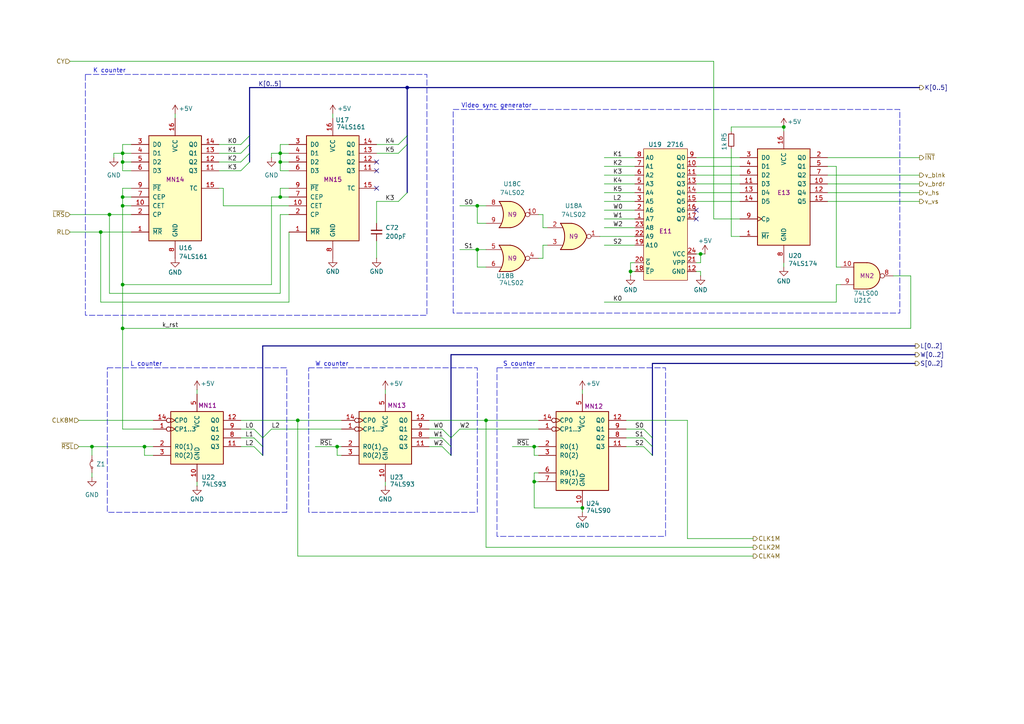
<source format=kicad_sch>
(kicad_sch (version 20250114) (generator "eeschema") (generator_version "9.0")
  (paper "A4")
  (title_block (title "Elwro 800 Junior Rev C - video timing generator") (company "Przemysław Węgrzyn <pwegrzyn@codepainters.com>"))
  (lib_symbols
    (symbol "74xx:74LS00" (pin_names (offset 1.016))
      (property "Reference" "U" (at 0 1.27 0))
      (property "Value" "74LS00" (at 0 -1.27 0))
      (symbol "74LS00_1_1"
        (arc (start 0 3.81) (mid 3.7934 0) (end 0 -3.81) (stroke (width 0.254)) (fill (type background)))
        (polyline (pts (xy 0 3.81) (xy -3.81 3.81) (xy -3.81 -3.81) (xy 0 -3.81)) (stroke (width 0.254)) (fill (type background)))
        (pin input line (at -7.62 2.54 0) (length 3.81) (name "~") (number "1"))
        (pin input line (at -7.62 -2.54 0) (length 3.81) (name "~") (number "2"))
        (pin output inverted (at 7.62 0 180) (length 3.81) (name "~") (number "3"))
      )
      (symbol "74LS00_1_2"
        (arc (start -3.81 3.81) (mid -2.589 0) (end -3.81 -3.81) (stroke (width 0.254)))
        (polyline (pts (xy -3.81 3.81) (xy -0.635 3.81)) (stroke (width 0.254)) (fill (type background)))
        (polyline (pts (xy -3.81 -3.81) (xy -0.635 -3.81)) (stroke (width 0.254)) (fill (type background)))
        (arc (start 3.81 0) (mid 2.1855 -2.584) (end -0.6096 -3.81) (stroke (width 0.254)) (fill (type background)))
        (arc (start -0.6096 3.81) (mid 2.1928 2.5924) (end 3.81 0) (stroke (width 0.254)) (fill (type background)))
        (polyline (pts (xy -0.635 3.81) (xy -3.81 3.81) (xy -3.81 3.81) (xy -3.556 3.4036) (xy -3.0226 2.2606) (xy -2.6924 1.0414) (xy -2.6162 -0.254) (xy -2.7686 -1.4986) (xy -3.175 -2.7178) (xy -3.81 -3.81) (xy -3.81 -3.81) (xy -0.635 -3.81)) (stroke (width -25.4)) (fill (type background)))
        (pin input inverted (at -7.62 2.54 0) (length 4.318) (name "~") (number "1"))
        (pin input inverted (at -7.62 -2.54 0) (length 4.318) (name "~") (number "2"))
        (pin output line (at 7.62 0 180) (length 3.81) (name "~") (number "3"))
      )
      (symbol "74LS00_2_1"
        (arc (start 0 3.81) (mid 3.7934 0) (end 0 -3.81) (stroke (width 0.254)) (fill (type background)))
        (polyline (pts (xy 0 3.81) (xy -3.81 3.81) (xy -3.81 -3.81) (xy 0 -3.81)) (stroke (width 0.254)) (fill (type background)))
        (pin input line (at -7.62 2.54 0) (length 3.81) (name "~") (number "4"))
        (pin input line (at -7.62 -2.54 0) (length 3.81) (name "~") (number "5"))
        (pin output inverted (at 7.62 0 180) (length 3.81) (name "~") (number "6"))
      )
      (symbol "74LS00_2_2"
        (arc (start -3.81 3.81) (mid -2.589 0) (end -3.81 -3.81) (stroke (width 0.254)))
        (polyline (pts (xy -3.81 3.81) (xy -0.635 3.81)) (stroke (width 0.254)) (fill (type background)))
        (polyline (pts (xy -3.81 -3.81) (xy -0.635 -3.81)) (stroke (width 0.254)) (fill (type background)))
        (arc (start 3.81 0) (mid 2.1855 -2.584) (end -0.6096 -3.81) (stroke (width 0.254)) (fill (type background)))
        (arc (start -0.6096 3.81) (mid 2.1928 2.5924) (end 3.81 0) (stroke (width 0.254)) (fill (type background)))
        (polyline (pts (xy -0.635 3.81) (xy -3.81 3.81) (xy -3.81 3.81) (xy -3.556 3.4036) (xy -3.0226 2.2606) (xy -2.6924 1.0414) (xy -2.6162 -0.254) (xy -2.7686 -1.4986) (xy -3.175 -2.7178) (xy -3.81 -3.81) (xy -3.81 -3.81) (xy -0.635 -3.81)) (stroke (width -25.4)) (fill (type background)))
        (pin input inverted (at -7.62 2.54 0) (length 4.318) (name "~") (number "4"))
        (pin input inverted (at -7.62 -2.54 0) (length 4.318) (name "~") (number "5"))
        (pin output line (at 7.62 0 180) (length 3.81) (name "~") (number "6"))
      )
      (symbol "74LS00_3_1"
        (arc (start 0 3.81) (mid 3.7934 0) (end 0 -3.81) (stroke (width 0.254)) (fill (type background)))
        (polyline (pts (xy 0 3.81) (xy -3.81 3.81) (xy -3.81 -3.81) (xy 0 -3.81)) (stroke (width 0.254)) (fill (type background)))
        (pin input line (at -7.62 2.54 0) (length 3.81) (name "~") (number "9"))
        (pin input line (at -7.62 -2.54 0) (length 3.81) (name "~") (number "10"))
        (pin output inverted (at 7.62 0 180) (length 3.81) (name "~") (number "8"))
      )
      (symbol "74LS00_3_2"
        (arc (start -3.81 3.81) (mid -2.589 0) (end -3.81 -3.81) (stroke (width 0.254)))
        (polyline (pts (xy -3.81 3.81) (xy -0.635 3.81)) (stroke (width 0.254)) (fill (type background)))
        (polyline (pts (xy -3.81 -3.81) (xy -0.635 -3.81)) (stroke (width 0.254)) (fill (type background)))
        (arc (start 3.81 0) (mid 2.1855 -2.584) (end -0.6096 -3.81) (stroke (width 0.254)) (fill (type background)))
        (arc (start -0.6096 3.81) (mid 2.1928 2.5924) (end 3.81 0) (stroke (width 0.254)) (fill (type background)))
        (polyline (pts (xy -0.635 3.81) (xy -3.81 3.81) (xy -3.81 3.81) (xy -3.556 3.4036) (xy -3.0226 2.2606) (xy -2.6924 1.0414) (xy -2.6162 -0.254) (xy -2.7686 -1.4986) (xy -3.175 -2.7178) (xy -3.81 -3.81) (xy -3.81 -3.81) (xy -0.635 -3.81)) (stroke (width -25.4)) (fill (type background)))
        (pin input inverted (at -7.62 2.54 0) (length 4.318) (name "~") (number "9"))
        (pin input inverted (at -7.62 -2.54 0) (length 4.318) (name "~") (number "10"))
        (pin output line (at 7.62 0 180) (length 3.81) (name "~") (number "8"))
      )
      (symbol "74LS00_4_1"
        (arc (start 0 3.81) (mid 3.7934 0) (end 0 -3.81) (stroke (width 0.254)) (fill (type background)))
        (polyline (pts (xy 0 3.81) (xy -3.81 3.81) (xy -3.81 -3.81) (xy 0 -3.81)) (stroke (width 0.254)) (fill (type background)))
        (pin input line (at -7.62 2.54 0) (length 3.81) (name "~") (number "12"))
        (pin input line (at -7.62 -2.54 0) (length 3.81) (name "~") (number "13"))
        (pin output inverted (at 7.62 0 180) (length 3.81) (name "~") (number "11"))
      )
      (symbol "74LS00_4_2"
        (arc (start -3.81 3.81) (mid -2.589 0) (end -3.81 -3.81) (stroke (width 0.254)))
        (polyline (pts (xy -3.81 3.81) (xy -0.635 3.81)) (stroke (width 0.254)) (fill (type background)))
        (polyline (pts (xy -3.81 -3.81) (xy -0.635 -3.81)) (stroke (width 0.254)) (fill (type background)))
        (arc (start 3.81 0) (mid 2.1855 -2.584) (end -0.6096 -3.81) (stroke (width 0.254)) (fill (type background)))
        (arc (start -0.6096 3.81) (mid 2.1928 2.5924) (end 3.81 0) (stroke (width 0.254)) (fill (type background)))
        (polyline (pts (xy -0.635 3.81) (xy -3.81 3.81) (xy -3.81 3.81) (xy -3.556 3.4036) (xy -3.0226 2.2606) (xy -2.6924 1.0414) (xy -2.6162 -0.254) (xy -2.7686 -1.4986) (xy -3.175 -2.7178) (xy -3.81 -3.81) (xy -3.81 -3.81) (xy -0.635 -3.81)) (stroke (width -25.4)) (fill (type background)))
        (pin input inverted (at -7.62 2.54 0) (length 4.318) (name "~") (number "12"))
        (pin input inverted (at -7.62 -2.54 0) (length 4.318) (name "~") (number "13"))
        (pin output line (at 7.62 0 180) (length 3.81) (name "~") (number "11"))
      )
      (symbol "74LS00_5_0"
        (pin power_in line (at 0 12.7 270) (length 5.08) (name "VCC") (number "14"))
        (pin power_in line (at 0 -12.7 90) (length 5.08) (name "GND") (number "7"))
      )
      (symbol "74LS00_5_1"
        (rectangle (start -5.08 7.62) (end 5.08 -7.62) (stroke (width 0.254)) (fill (type background)))
      )
    )
    (symbol "74xx:74LS02" (pin_names (offset 1.016))
      (property "Reference" "U" (at 0 1.27 0))
      (property "Value" "74LS02" (at 0 -1.27 0))
      (symbol "74LS02_1_1"
        (arc (start -3.81 3.81) (mid -2.589 0) (end -3.81 -3.81) (stroke (width 0.254)))
        (polyline (pts (xy -3.81 3.81) (xy -0.635 3.81)) (stroke (width 0.254)) (fill (type background)))
        (polyline (pts (xy -3.81 -3.81) (xy -0.635 -3.81)) (stroke (width 0.254)) (fill (type background)))
        (arc (start 3.81 0) (mid 2.1855 -2.584) (end -0.6096 -3.81) (stroke (width 0.254)) (fill (type background)))
        (arc (start -0.6096 3.81) (mid 2.1928 2.5924) (end 3.81 0) (stroke (width 0.254)) (fill (type background)))
        (polyline (pts (xy -0.635 3.81) (xy -3.81 3.81) (xy -3.81 3.81) (xy -3.556 3.4036) (xy -3.0226 2.2606) (xy -2.6924 1.0414) (xy -2.6162 -0.254) (xy -2.7686 -1.4986) (xy -3.175 -2.7178) (xy -3.81 -3.81) (xy -3.81 -3.81) (xy -0.635 -3.81)) (stroke (width -25.4)) (fill (type background)))
        (pin input line (at -7.62 2.54 0) (length 4.318) (name "~") (number "2"))
        (pin input line (at -7.62 -2.54 0) (length 4.318) (name "~") (number "3"))
        (pin output inverted (at 7.62 0 180) (length 3.81) (name "~") (number "1"))
      )
      (symbol "74LS02_1_2"
        (arc (start 0 3.81) (mid 3.7934 0) (end 0 -3.81) (stroke (width 0.254)) (fill (type background)))
        (polyline (pts (xy 0 3.81) (xy -3.81 3.81) (xy -3.81 -3.81) (xy 0 -3.81)) (stroke (width 0.254)) (fill (type background)))
        (pin input inverted (at -7.62 2.54 0) (length 3.81) (name "~") (number "2"))
        (pin input inverted (at -7.62 -2.54 0) (length 3.81) (name "~") (number "3"))
        (pin output line (at 7.62 0 180) (length 3.81) (name "~") (number "1"))
      )
      (symbol "74LS02_2_1"
        (arc (start -3.81 3.81) (mid -2.589 0) (end -3.81 -3.81) (stroke (width 0.254)))
        (polyline (pts (xy -3.81 3.81) (xy -0.635 3.81)) (stroke (width 0.254)) (fill (type background)))
        (polyline (pts (xy -3.81 -3.81) (xy -0.635 -3.81)) (stroke (width 0.254)) (fill (type background)))
        (arc (start 3.81 0) (mid 2.1855 -2.584) (end -0.6096 -3.81) (stroke (width 0.254)) (fill (type background)))
        (arc (start -0.6096 3.81) (mid 2.1928 2.5924) (end 3.81 0) (stroke (width 0.254)) (fill (type background)))
        (polyline (pts (xy -0.635 3.81) (xy -3.81 3.81) (xy -3.81 3.81) (xy -3.556 3.4036) (xy -3.0226 2.2606) (xy -2.6924 1.0414) (xy -2.6162 -0.254) (xy -2.7686 -1.4986) (xy -3.175 -2.7178) (xy -3.81 -3.81) (xy -3.81 -3.81) (xy -0.635 -3.81)) (stroke (width -25.4)) (fill (type background)))
        (pin input line (at -7.62 2.54 0) (length 4.318) (name "~") (number "5"))
        (pin input line (at -7.62 -2.54 0) (length 4.318) (name "~") (number "6"))
        (pin output inverted (at 7.62 0 180) (length 3.81) (name "~") (number "4"))
      )
      (symbol "74LS02_2_2"
        (arc (start 0 3.81) (mid 3.7934 0) (end 0 -3.81) (stroke (width 0.254)) (fill (type background)))
        (polyline (pts (xy 0 3.81) (xy -3.81 3.81) (xy -3.81 -3.81) (xy 0 -3.81)) (stroke (width 0.254)) (fill (type background)))
        (pin input inverted (at -7.62 2.54 0) (length 3.81) (name "~") (number "5"))
        (pin input inverted (at -7.62 -2.54 0) (length 3.81) (name "~") (number "6"))
        (pin output line (at 7.62 0 180) (length 3.81) (name "~") (number "4"))
      )
      (symbol "74LS02_3_1"
        (arc (start -3.81 3.81) (mid -2.589 0) (end -3.81 -3.81) (stroke (width 0.254)))
        (polyline (pts (xy -3.81 3.81) (xy -0.635 3.81)) (stroke (width 0.254)) (fill (type background)))
        (polyline (pts (xy -3.81 -3.81) (xy -0.635 -3.81)) (stroke (width 0.254)) (fill (type background)))
        (arc (start 3.81 0) (mid 2.1855 -2.584) (end -0.6096 -3.81) (stroke (width 0.254)) (fill (type background)))
        (arc (start -0.6096 3.81) (mid 2.1928 2.5924) (end 3.81 0) (stroke (width 0.254)) (fill (type background)))
        (polyline (pts (xy -0.635 3.81) (xy -3.81 3.81) (xy -3.81 3.81) (xy -3.556 3.4036) (xy -3.0226 2.2606) (xy -2.6924 1.0414) (xy -2.6162 -0.254) (xy -2.7686 -1.4986) (xy -3.175 -2.7178) (xy -3.81 -3.81) (xy -3.81 -3.81) (xy -0.635 -3.81)) (stroke (width -25.4)) (fill (type background)))
        (pin input line (at -7.62 2.54 0) (length 4.318) (name "~") (number "8"))
        (pin input line (at -7.62 -2.54 0) (length 4.318) (name "~") (number "9"))
        (pin output inverted (at 7.62 0 180) (length 3.81) (name "~") (number "10"))
      )
      (symbol "74LS02_3_2"
        (arc (start 0 3.81) (mid 3.7934 0) (end 0 -3.81) (stroke (width 0.254)) (fill (type background)))
        (polyline (pts (xy 0 3.81) (xy -3.81 3.81) (xy -3.81 -3.81) (xy 0 -3.81)) (stroke (width 0.254)) (fill (type background)))
        (pin input inverted (at -7.62 2.54 0) (length 3.81) (name "~") (number "8"))
        (pin input inverted (at -7.62 -2.54 0) (length 3.81) (name "~") (number "9"))
        (pin output line (at 7.62 0 180) (length 3.81) (name "~") (number "10"))
      )
      (symbol "74LS02_4_1"
        (arc (start -3.81 3.81) (mid -2.589 0) (end -3.81 -3.81) (stroke (width 0.254)))
        (polyline (pts (xy -3.81 3.81) (xy -0.635 3.81)) (stroke (width 0.254)) (fill (type background)))
        (polyline (pts (xy -3.81 -3.81) (xy -0.635 -3.81)) (stroke (width 0.254)) (fill (type background)))
        (arc (start 3.81 0) (mid 2.1855 -2.584) (end -0.6096 -3.81) (stroke (width 0.254)) (fill (type background)))
        (arc (start -0.6096 3.81) (mid 2.1928 2.5924) (end 3.81 0) (stroke (width 0.254)) (fill (type background)))
        (polyline (pts (xy -0.635 3.81) (xy -3.81 3.81) (xy -3.81 3.81) (xy -3.556 3.4036) (xy -3.0226 2.2606) (xy -2.6924 1.0414) (xy -2.6162 -0.254) (xy -2.7686 -1.4986) (xy -3.175 -2.7178) (xy -3.81 -3.81) (xy -3.81 -3.81) (xy -0.635 -3.81)) (stroke (width -25.4)) (fill (type background)))
        (pin input line (at -7.62 2.54 0) (length 4.318) (name "~") (number "11"))
        (pin input line (at -7.62 -2.54 0) (length 4.318) (name "~") (number "12"))
        (pin output inverted (at 7.62 0 180) (length 3.81) (name "~") (number "13"))
      )
      (symbol "74LS02_4_2"
        (arc (start 0 3.81) (mid 3.7934 0) (end 0 -3.81) (stroke (width 0.254)) (fill (type background)))
        (polyline (pts (xy 0 3.81) (xy -3.81 3.81) (xy -3.81 -3.81) (xy 0 -3.81)) (stroke (width 0.254)) (fill (type background)))
        (pin input inverted (at -7.62 2.54 0) (length 3.81) (name "~") (number "11"))
        (pin input inverted (at -7.62 -2.54 0) (length 3.81) (name "~") (number "12"))
        (pin output line (at 7.62 0 180) (length 3.81) (name "~") (number "13"))
      )
      (symbol "74LS02_5_0"
        (pin power_in line (at 0 12.7 270) (length 5.08) (name "VCC") (number "14"))
        (pin power_in line (at 0 -12.7 90) (length 5.08) (name "GND") (number "7"))
      )
      (symbol "74LS02_5_1"
        (rectangle (start -5.08 7.62) (end 5.08 -7.62) (stroke (width 0.254)) (fill (type background)))
      )
    )
    (symbol "74xx:74LS161" (pin_names (offset 1.016))
      (property "Reference" "U" (at -7.62 16.51 0))
      (property "Value" "74LS161" (at -7.62 -16.51 0))
      (symbol "74LS161_1_0"
        (pin input line (at -12.7 12.7 0) (length 5.08) (name "D0") (number "3"))
        (pin input line (at -12.7 10.16 0) (length 5.08) (name "D1") (number "4"))
        (pin input line (at -12.7 7.62 0) (length 5.08) (name "D2") (number "5"))
        (pin input line (at -12.7 5.08 0) (length 5.08) (name "D3") (number "6"))
        (pin input line (at -12.7 0 0) (length 5.08) (name "~{PE}") (number "9"))
        (pin input line (at -12.7 -2.54 0) (length 5.08) (name "CEP") (number "7"))
        (pin input line (at -12.7 -5.08 0) (length 5.08) (name "CET") (number "10"))
        (pin input line (at -12.7 -7.62 0) (length 5.08) (name "CP") (number "2"))
        (pin input line (at -12.7 -12.7 0) (length 5.08) (name "~{MR}") (number "1"))
        (pin power_in line (at 0 20.32 270) (length 5.08) (name "VCC") (number "16"))
        (pin power_in line (at 0 -20.32 90) (length 5.08) (name "GND") (number "8"))
        (pin output line (at 12.7 12.7 180) (length 5.08) (name "Q0") (number "14"))
        (pin output line (at 12.7 10.16 180) (length 5.08) (name "Q1") (number "13"))
        (pin output line (at 12.7 7.62 180) (length 5.08) (name "Q2") (number "12"))
        (pin output line (at 12.7 5.08 180) (length 5.08) (name "Q3") (number "11"))
        (pin output line (at 12.7 0 180) (length 5.08) (name "TC") (number "15"))
      )
      (symbol "74LS161_1_1"
        (rectangle (start -7.62 15.24) (end 7.62 -15.24) (stroke (width 0.254)) (fill (type background)))
      )
    )
    (symbol "74xx:74LS174" (pin_names (offset 1.016))
      (property "Reference" "U" (at -7.62 13.97 0))
      (property "Value" "74LS174" (at -7.62 -16.51 0))
      (symbol "74LS174_1_0"
        (pin input line (at -12.7 10.16 0) (length 5.08) (name "D0") (number "3"))
        (pin input line (at -12.7 7.62 0) (length 5.08) (name "D1") (number "4"))
        (pin input line (at -12.7 5.08 0) (length 5.08) (name "D2") (number "6"))
        (pin input line (at -12.7 2.54 0) (length 5.08) (name "D3") (number "11"))
        (pin input line (at -12.7 0 0) (length 5.08) (name "D4") (number "13"))
        (pin input line (at -12.7 -2.54 0) (length 5.08) (name "D5") (number "14"))
        (pin input clock (at -12.7 -7.62 0) (length 5.08) (name "Cp") (number "9"))
        (pin input line (at -12.7 -12.7 0) (length 5.08) (name "~{Mr}") (number "1"))
        (pin power_in line (at 0 17.78 270) (length 5.08) (name "VCC") (number "16"))
        (pin power_in line (at 0 -20.32 90) (length 5.08) (name "GND") (number "8"))
        (pin output line (at 12.7 10.16 180) (length 5.08) (name "Q0") (number "2"))
        (pin output line (at 12.7 7.62 180) (length 5.08) (name "Q1") (number "5"))
        (pin output line (at 12.7 5.08 180) (length 5.08) (name "Q2") (number "7"))
        (pin output line (at 12.7 2.54 180) (length 5.08) (name "Q3") (number "10"))
        (pin output line (at 12.7 0 180) (length 5.08) (name "Q4") (number "12"))
        (pin output line (at 12.7 -2.54 180) (length 5.08) (name "Q5") (number "15"))
      )
      (symbol "74LS174_1_1"
        (rectangle (start -7.62 12.7) (end 7.62 -15.24) (stroke (width 0.254)) (fill (type background)))
      )
    )
    (symbol "Device:C_Small" (pin_numbers (hide yes)) (pin_names (offset 0.254) (hide yes))
      (property "Reference" "C" (at 0.254 1.778 0))
      (property "Value" "C_Small" (at 0.254 -2.032 0))
      (symbol "C_Small_0_1"
        (polyline (pts (xy -1.524 0.508) (xy 1.524 0.508)) (stroke (width 0.3048)))
        (polyline (pts (xy -1.524 -0.508) (xy 1.524 -0.508)) (stroke (width 0.3302)))
      )
      (symbol "C_Small_1_1"
        (pin passive line (at 0 2.54 270) (length 2.032) (name "~") (number "1"))
        (pin passive line (at 0 -2.54 90) (length 2.032) (name "~") (number "2"))
      )
    )
    (symbol "Device:R_Small" (pin_numbers (hide yes)) (pin_names (offset 0.254) (hide yes))
      (property "Reference" "R" (at 0.762 0.508 0))
      (property "Value" "R_Small" (at 0.762 -1.016 0))
      (symbol "R_Small_0_1"
        (rectangle (start -0.762 1.778) (end 0.762 -1.778) (stroke (width 0.2032)))
      )
      (symbol "R_Small_1_1"
        (pin passive line (at 0 2.54 270) (length 0.762) (name "~") (number "1"))
        (pin passive line (at 0 -2.54 90) (length 0.762) (name "~") (number "2"))
      )
    )
    (symbol "Jumper:Jumper_2_Small_Bridged" (pin_numbers (hide yes)) (pin_names (offset 0) (hide yes)) (exclude_from_sim yes)
      (property "Reference" "JP" (at 0 2.032 0))
      (property "Value" "Jumper_2_Small_Bridged" (at 0 -2.286 0))
      (symbol "Jumper_2_Small_Bridged_0_0"
        (circle (center -1.016 0) (radius 0.254))
        (circle (center 1.016 0) (radius 0.254))
      )
      (symbol "Jumper_2_Small_Bridged_0_1"
        (arc (start -0.762 0.254) (mid 0 0.5696) (end 0.762 0.254))
      )
      (symbol "Jumper_2_Small_Bridged_1_1"
        (pin passive line (at -2.54 0 0) (length 1.27) (name "A") (number "1"))
        (pin passive line (at 2.54 0 180) (length 1.27) (name "B") (number "2"))
      )
    )
    (symbol "e800j_custom:2716"
      (property "Reference" "U" (at 0 0 0))
      (symbol "2716_1_1"
        (rectangle (start -6.35 17.78) (end 6.35 -20.32) (fill (type background)))
        (pin input line (at -8.89 15.24 0) (length 2.54) (name "A0") (number "8"))
        (pin input line (at -8.89 12.7 0) (length 2.54) (name "A1") (number "7"))
        (pin input line (at -8.89 10.16 0) (length 2.54) (name "A2") (number "6"))
        (pin input line (at -8.89 7.62 0) (length 2.54) (name "A3") (number "5"))
        (pin input line (at -8.89 5.08 0) (length 2.54) (name "A4") (number "4"))
        (pin input line (at -8.89 2.54 0) (length 2.54) (name "A5") (number "3"))
        (pin input line (at -8.89 0 0) (length 2.54) (name "A6") (number "2"))
        (pin input line (at -8.89 -2.54 0) (length 2.54) (name "A7") (number "1"))
        (pin input line (at -8.89 -5.08 0) (length 2.54) (name "A8") (number "23"))
        (pin input line (at -8.89 -7.62 0) (length 2.54) (name "A9") (number "22"))
        (pin input line (at -8.89 -10.16 0) (length 2.54) (name "A10") (number "19"))
        (pin input line (at -8.89 -15.24 0) (length 2.54) (name "~{G}") (number "20"))
        (pin input line (at -8.89 -17.78 0) (length 2.54) (name "~{E}P") (number "18"))
        (pin output line (at 8.89 15.24 180) (length 2.54) (name "Q0") (number "9"))
        (pin output line (at 8.89 12.7 180) (length 2.54) (name "Q1") (number "10"))
        (pin output line (at 8.89 10.16 180) (length 2.54) (name "Q2") (number "11"))
        (pin output line (at 8.89 7.62 180) (length 2.54) (name "Q3") (number "13"))
        (pin output line (at 8.89 5.08 180) (length 2.54) (name "Q4") (number "14"))
        (pin output line (at 8.89 2.54 180) (length 2.54) (name "Q5") (number "15"))
        (pin output line (at 8.89 0 180) (length 2.54) (name "Q6") (number "16"))
        (pin output line (at 8.89 -2.54 180) (length 2.54) (name "Q7") (number "17"))
        (pin power_in line (at 8.89 -12.7 180) (length 2.54) (name "VCC") (number "24"))
        (pin power_in line (at 8.89 -15.24 180) (length 2.54) (name "VPP") (number "21"))
        (pin power_in line (at 8.89 -17.78 180) (length 2.54) (name "GND") (number "12"))
      )
    )
    (symbol "e800j_custom:74LS90" (pin_names (offset 1.016))
      (property "Reference" "U" (at -7.62 11.43 0))
      (property "Value" "74LS90" (at -7.62 -13.97 0))
      (symbol "74LS90_1_0"
        (pin input inverted_clock (at -12.7 7.62 0) (length 5.08) (name "CP0") (number "14"))
        (pin input inverted_clock (at -12.7 5.08 0) (length 5.08) (name "CP1..3") (number "1"))
        (pin input line (at -12.7 0 0) (length 5.08) (name "R0(1)") (number "2"))
        (pin input line (at -12.7 -2.54 0) (length 5.08) (name "R0(2)") (number "3"))
        (pin input line (at -12.7 -7.62 0) (length 5.08) (name "R9(1)") (number "6"))
        (pin input line (at -12.7 -10.16 0) (length 5.08) (name "R9(2)") (number "7"))
        (pin power_in line (at 0 15.24 270) (length 5.08) (name "VCC") (number "5"))
        (pin power_in line (at 0 -17.78 90) (length 5.08) (name "GND") (number "10"))
        (pin output line (at 12.7 7.62 180) (length 5.08) (name "Q0") (number "12"))
        (pin output line (at 12.7 5.08 180) (length 5.08) (name "Q1") (number "9"))
        (pin output line (at 12.7 2.54 180) (length 5.08) (name "Q2") (number "8"))
        (pin output line (at 12.7 0 180) (length 5.08) (name "Q3") (number "11"))
        (pin no_connect line (at 12.7 -7.62 180) (length 5.08) (hide yes) (name "NC1") (number "4"))
        (pin no_connect line (at 12.7 -10.16 180) (length 5.08) (hide yes) (name "NC2") (number "13"))
      )
      (symbol "74LS90_1_1"
        (rectangle (start -7.62 10.16) (end 7.62 -12.7) (stroke (width 0.254)) (fill (type background)))
      )
    )
    (symbol "e800j_custom:74LS93" (pin_names (offset 1.016))
      (property "Reference" "U" (at -7.62 8.89 0))
      (property "Value" "74LS93" (at -7.62 -8.89 0))
      (symbol "74LS93_1_0"
        (pin input inverted_clock (at -12.7 5.08 0) (length 5.08) (name "CP0") (number "14"))
        (pin input inverted_clock (at -12.7 2.54 0) (length 5.08) (name "CP1..3") (number "1"))
        (pin input line (at -12.7 -2.54 0) (length 5.08) (name "R0(1)") (number "2"))
        (pin input line (at -12.7 -5.08 0) (length 5.08) (name "R0(2)") (number "3"))
        (pin power_in line (at 0 12.7 270) (length 5.08) (name "VCC") (number "5"))
        (pin power_in line (at 0 -12.7 90) (length 5.08) (name "GND") (number "10"))
        (pin output line (at 12.7 5.08 180) (length 5.08) (name "Q0") (number "12"))
        (pin output line (at 12.7 2.54 180) (length 5.08) (name "Q1") (number "9"))
        (pin output line (at 12.7 0 180) (length 5.08) (name "Q2") (number "8"))
        (pin output line (at 12.7 -2.54 180) (length 5.08) (name "Q3") (number "11"))
        (pin no_connect line (at 12.7 -12.7 180) (length 5.08) (hide yes) (name "NC") (number "4"))
        (pin no_connect line (at 12.7 -15.24 180) (length 5.08) (hide yes) (name "NC") (number "6"))
        (pin no_connect line (at 12.7 -17.78 180) (length 5.08) (hide yes) (name "NC") (number "7"))
        (pin no_connect line (at 12.7 -20.32 180) (length 5.08) (hide yes) (name "NC") (number "13"))
      )
      (symbol "74LS93_1_1"
        (rectangle (start -7.62 7.62) (end 7.62 -7.62) (stroke (width 0.254)) (fill (type background)))
      )
    )
    (symbol "power:+5V" (power) (pin_numbers (hide yes)) (pin_names (offset 0) (hide yes))
      (property "Value" "+5V" (at 0 3.556 0))
      (symbol "+5V_0_1"
        (polyline (pts (xy -0.762 1.27) (xy 0 2.54)))
        (polyline (pts (xy 0 2.54) (xy 0.762 1.27)))
        (polyline (pts (xy 0 0) (xy 0 2.54)))
      )
      (symbol "+5V_1_1"
        (pin power_in line (at 0 0 90) (length 0) (name "~") (number "1"))
      )
    )
    (symbol "power:GND" (power) (pin_numbers (hide yes)) (pin_names (offset 0) (hide yes))
      (property "Value" "GND" (at 0 -3.81 0))
      (symbol "GND_0_1"
        (polyline (pts (xy 0 0) (xy 0 -1.27) (xy 1.27 -1.27) (xy 0 -2.54) (xy -1.27 -1.27) (xy 0 -1.27)))
      )
      (symbol "GND_1_1"
        (pin power_in line (at 0 0 270) (length 0) (name "~") (number "1"))
      )
    )
  )
  (rectangle (start 131.445 31.75) (end 260.985 90.805) (stroke (width 0) (type dash)))
  (rectangle (start 89.535 106.68) (end 138.43 148.59) (stroke (width 0) (type dash)))
  (rectangle (start 144.145 106.68) (end 193.04 155.575) (stroke (width 0) (type dash)))
  (rectangle (start 31.115 106.68) (end 83.185 148.59) (stroke (width 0) (type dash)))
  (rectangle (start 24.765 21.59) (end 123.825 91.44) (stroke (width 0) (type dash)))
  (text "L counter" (at 42.418 105.664 0) (effects (font (size 1.27 1.27))))
  (text "K counter" (at 31.75 20.574 0) (effects (font (size 1.27 1.27))))
  (text "Video sync generator" (at 144.018 30.734 0) (effects (font (size 1.27 1.27))))
  (text "S counter" (at 150.622 105.664 0) (effects (font (size 1.27 1.27))))
  (text "W counter" (at 96.266 105.664 0) (effects (font (size 1.27 1.27))))
  (junction (at 35.56 82.55))
  (junction (at 168.91 147.32))
  (junction (at 29.21 67.31))
  (junction (at 97.79 129.54))
  (junction (at 26.67 129.54))
  (junction (at 154.94 129.54))
  (junction (at 81.28 46.99))
  (junction (at 203.2 73.66))
  (junction (at 138.43 59.69))
  (junction (at 35.56 44.45))
  (junction (at 31.75 62.23))
  (junction (at 138.43 72.39))
  (junction (at 118.11 25.4))
  (junction (at 140.97 121.92))
  (junction (at 227.33 36.83))
  (junction (at 81.28 44.45))
  (junction (at 182.88 78.74))
  (junction (at 154.94 139.7))
  (junction (at 35.56 95.25))
  (junction (at 35.56 57.15))
  (junction (at 41.91 129.54))
  (junction (at 35.56 59.69))
  (junction (at 35.56 46.99))
  (junction (at 81.28 57.15))
  (junction (at 86.36 121.92))
  (no_connect (at 109.22 46.99))
  (no_connect (at 201.93 60.96))
  (no_connect (at 109.22 54.61))
  (no_connect (at 201.93 63.5))
  (no_connect (at 109.22 49.53))
  (bus_entry (at 115.57 41.91) (size 2.54 -2.54))
  (bus_entry (at 186.69 127) (size 2.54 2.54))
  (bus_entry (at 115.57 58.42) (size 2.54 -2.54))
  (bus_entry (at 130.81 127) (size 2.54 -2.54))
  (bus_entry (at 69.85 41.91) (size 2.54 -2.54))
  (bus_entry (at 128.27 129.54) (size 2.54 2.54))
  (bus_entry (at 69.85 44.45) (size 2.54 -2.54))
  (bus_entry (at 186.69 129.54) (size 2.54 2.54))
  (bus_entry (at 115.57 44.45) (size 2.54 -2.54))
  (bus_entry (at 128.27 127) (size 2.54 2.54))
  (bus_entry (at 128.27 124.46) (size 2.54 2.54))
  (bus_entry (at 186.69 124.46) (size 2.54 2.54))
  (bus_entry (at 76.2 127) (size 2.54 -2.54))
  (bus_entry (at 73.66 127) (size 2.54 2.54))
  (bus_entry (at 73.66 129.54) (size 2.54 2.54))
  (bus_entry (at 69.85 46.99) (size 2.54 -2.54))
  (bus_entry (at 73.66 124.46) (size 2.54 2.54))
  (bus_entry (at 69.85 49.53) (size 2.54 -2.54))
  (wire (pts (xy 168.91 113.03) (xy 168.91 114.3)))
  (wire (pts (xy 138.43 59.69) (xy 140.97 59.69)))
  (bus (pts (xy 130.81 129.54) (xy 130.81 132.08)))
  (wire (pts (xy 31.75 85.09) (xy 81.28 85.09)))
  (wire (pts (xy 83.82 59.69) (xy 64.77 59.69)))
  (wire (pts (xy 157.48 74.93) (xy 157.48 71.12)))
  (wire (pts (xy 240.03 55.88) (xy 266.7 55.88)))
  (wire (pts (xy 140.97 121.92) (xy 140.97 158.75)))
  (wire (pts (xy 63.5 41.91) (xy 69.85 41.91)))
  (wire (pts (xy 175.26 66.04) (xy 184.15 66.04)))
  (wire (pts (xy 242.57 48.26) (xy 240.03 48.26)))
  (wire (pts (xy 26.67 137.16) (xy 26.67 138.43)))
  (wire (pts (xy 138.43 64.77) (xy 138.43 59.69)))
  (wire (pts (xy 35.56 49.53) (xy 38.1 49.53)))
  (wire (pts (xy 242.57 82.55) (xy 243.84 82.55)))
  (wire (pts (xy 81.28 62.23) (xy 83.82 62.23)))
  (wire (pts (xy 35.56 44.45) (xy 35.56 46.99)))
  (wire (pts (xy 81.28 46.99) (xy 83.82 46.99)))
  (wire (pts (xy 203.2 80.01) (xy 203.2 78.74)))
  (wire (pts (xy 154.94 137.16) (xy 154.94 139.7)))
  (wire (pts (xy 175.26 58.42) (xy 184.15 58.42)))
  (wire (pts (xy 201.93 58.42) (xy 214.63 58.42)))
  (wire (pts (xy 133.35 124.46) (xy 156.21 124.46)))
  (wire (pts (xy 242.57 77.47) (xy 243.84 77.47)))
  (wire (pts (xy 83.82 54.61) (xy 81.28 54.61)))
  (wire (pts (xy 242.57 77.47) (xy 242.57 48.26)))
  (wire (pts (xy 81.28 41.91) (xy 83.82 41.91)))
  (wire (pts (xy 97.79 132.08) (xy 97.79 129.54)))
  (wire (pts (xy 35.56 54.61) (xy 38.1 54.61)))
  (wire (pts (xy 78.74 82.55) (xy 78.74 57.15)))
  (wire (pts (xy 148.59 129.54) (xy 154.94 129.54)))
  (wire (pts (xy 156.21 137.16) (xy 154.94 137.16)))
  (wire (pts (xy 156.21 74.93) (xy 157.48 74.93)))
  (wire (pts (xy 83.82 87.63) (xy 29.21 87.63)))
  (wire (pts (xy 201.93 45.72) (xy 214.63 45.72)))
  (wire (pts (xy 109.22 44.45) (xy 115.57 44.45)))
  (wire (pts (xy 181.61 129.54) (xy 186.69 129.54)))
  (wire (pts (xy 181.61 127) (xy 186.69 127)))
  (wire (pts (xy 81.28 44.45) (xy 83.82 44.45)))
  (wire (pts (xy 81.28 44.45) (xy 78.74 44.45)))
  (wire (pts (xy 35.56 95.25) (xy 35.56 124.46)))
  (wire (pts (xy 212.09 43.18) (xy 212.09 68.58)))
  (wire (pts (xy 259.08 80.01) (xy 264.16 80.01)))
  (wire (pts (xy 109.22 58.42) (xy 115.57 58.42)))
  (wire (pts (xy 63.5 49.53) (xy 69.85 49.53)))
  (bus (pts (xy 72.39 44.45) (xy 72.39 41.91)))
  (wire (pts (xy 20.32 67.31) (xy 29.21 67.31)))
  (wire (pts (xy 227.33 36.83) (xy 227.33 38.1)))
  (bus (pts (xy 130.81 102.87) (xy 265.43 102.87)))
  (wire (pts (xy 97.79 129.54) (xy 99.06 129.54)))
  (wire (pts (xy 175.26 53.34) (xy 184.15 53.34)))
  (wire (pts (xy 35.56 57.15) (xy 38.1 57.15)))
  (wire (pts (xy 207.01 63.5) (xy 214.63 63.5)))
  (wire (pts (xy 35.56 57.15) (xy 35.56 54.61)))
  (wire (pts (xy 41.91 129.54) (xy 41.91 132.08)))
  (wire (pts (xy 20.32 17.78) (xy 207.01 17.78)))
  (wire (pts (xy 240.03 50.8) (xy 266.7 50.8)))
  (wire (pts (xy 168.91 147.32) (xy 168.91 148.59)))
  (wire (pts (xy 97.79 132.08) (xy 99.06 132.08)))
  (wire (pts (xy 214.63 68.58) (xy 212.09 68.58)))
  (wire (pts (xy 140.97 158.75) (xy 218.44 158.75)))
  (wire (pts (xy 181.61 124.46) (xy 186.69 124.46)))
  (wire (pts (xy 175.26 55.88) (xy 184.15 55.88)))
  (bus (pts (xy 76.2 100.33) (xy 265.43 100.33)))
  (wire (pts (xy 64.77 59.69) (xy 64.77 54.61)))
  (bus (pts (xy 72.39 39.37) (xy 72.39 25.4)))
  (wire (pts (xy 154.94 139.7) (xy 156.21 139.7)))
  (wire (pts (xy 50.8 33.02) (xy 50.8 34.29)))
  (wire (pts (xy 63.5 44.45) (xy 69.85 44.45)))
  (wire (pts (xy 57.15 113.03) (xy 57.15 114.3)))
  (bus (pts (xy 76.2 100.33) (xy 76.2 127)))
  (wire (pts (xy 69.85 129.54) (xy 73.66 129.54)))
  (wire (pts (xy 57.15 139.7) (xy 57.15 140.97)))
  (bus (pts (xy 189.23 127) (xy 189.23 129.54)))
  (wire (pts (xy 78.74 44.45) (xy 78.74 45.72)))
  (wire (pts (xy 35.56 82.55) (xy 35.56 95.25)))
  (wire (pts (xy 31.75 62.23) (xy 31.75 85.09)))
  (wire (pts (xy 35.56 46.99) (xy 38.1 46.99)))
  (wire (pts (xy 124.46 129.54) (xy 128.27 129.54)))
  (wire (pts (xy 182.88 76.2) (xy 182.88 78.74)))
  (wire (pts (xy 81.28 46.99) (xy 81.28 49.53)))
  (wire (pts (xy 182.88 78.74) (xy 184.15 78.74)))
  (bus (pts (xy 76.2 129.54) (xy 76.2 132.08)))
  (wire (pts (xy 175.26 48.26) (xy 184.15 48.26)))
  (wire (pts (xy 26.67 129.54) (xy 41.91 129.54)))
  (bus (pts (xy 130.81 127) (xy 130.81 129.54)))
  (wire (pts (xy 35.56 95.25) (xy 264.16 95.25)))
  (wire (pts (xy 41.91 132.08) (xy 44.45 132.08)))
  (wire (pts (xy 182.88 78.74) (xy 182.88 80.01)))
  (wire (pts (xy 81.28 85.09) (xy 81.28 62.23)))
  (bus (pts (xy 189.23 105.41) (xy 189.23 127)))
  (wire (pts (xy 212.09 36.83) (xy 227.33 36.83)))
  (wire (pts (xy 20.32 62.23) (xy 31.75 62.23)))
  (wire (pts (xy 124.46 121.92) (xy 140.97 121.92)))
  (wire (pts (xy 156.21 132.08) (xy 154.94 132.08)))
  (wire (pts (xy 81.28 41.91) (xy 81.28 44.45)))
  (wire (pts (xy 69.85 127) (xy 73.66 127)))
  (wire (pts (xy 138.43 72.39) (xy 140.97 72.39)))
  (wire (pts (xy 91.44 129.54) (xy 97.79 129.54)))
  (wire (pts (xy 201.93 53.34) (xy 214.63 53.34)))
  (wire (pts (xy 203.2 78.74) (xy 201.93 78.74)))
  (wire (pts (xy 41.91 129.54) (xy 44.45 129.54)))
  (wire (pts (xy 242.57 82.55) (xy 242.57 87.63)))
  (wire (pts (xy 38.1 59.69) (xy 35.56 59.69)))
  (wire (pts (xy 78.74 124.46) (xy 99.06 124.46)))
  (wire (pts (xy 175.26 63.5) (xy 184.15 63.5)))
  (wire (pts (xy 63.5 46.99) (xy 69.85 46.99)))
  (wire (pts (xy 203.2 76.2) (xy 203.2 73.66)))
  (wire (pts (xy 35.56 44.45) (xy 38.1 44.45)))
  (wire (pts (xy 175.26 71.12) (xy 184.15 71.12)))
  (wire (pts (xy 212.09 38.1) (xy 212.09 36.83)))
  (bus (pts (xy 118.11 41.91) (xy 118.11 55.88)))
  (wire (pts (xy 69.85 124.46) (xy 73.66 124.46)))
  (wire (pts (xy 154.94 132.08) (xy 154.94 129.54)))
  (wire (pts (xy 227.33 76.2) (xy 227.33 77.47)))
  (wire (pts (xy 35.56 44.45) (xy 33.02 44.45)))
  (wire (pts (xy 35.56 41.91) (xy 35.56 44.45)))
  (wire (pts (xy 31.75 62.23) (xy 38.1 62.23)))
  (bus (pts (xy 189.23 105.41) (xy 265.43 105.41)))
  (wire (pts (xy 81.28 44.45) (xy 81.28 46.99)))
  (wire (pts (xy 111.76 139.7) (xy 111.76 140.97)))
  (wire (pts (xy 124.46 124.46) (xy 128.27 124.46)))
  (wire (pts (xy 111.76 113.03) (xy 111.76 114.3)))
  (wire (pts (xy 175.26 45.72) (xy 184.15 45.72)))
  (wire (pts (xy 133.35 59.69) (xy 138.43 59.69)))
  (wire (pts (xy 157.48 66.04) (xy 157.48 62.23)))
  (wire (pts (xy 201.93 76.2) (xy 203.2 76.2)))
  (bus (pts (xy 118.11 39.37) (xy 118.11 41.91)))
  (wire (pts (xy 86.36 161.29) (xy 218.44 161.29)))
  (wire (pts (xy 22.86 121.92) (xy 44.45 121.92)))
  (wire (pts (xy 33.02 44.45) (xy 33.02 45.72)))
  (wire (pts (xy 81.28 49.53) (xy 83.82 49.53)))
  (bus (pts (xy 72.39 41.91) (xy 72.39 39.37)))
  (wire (pts (xy 81.28 54.61) (xy 81.28 57.15)))
  (bus (pts (xy 76.2 127) (xy 76.2 129.54)))
  (wire (pts (xy 69.85 121.92) (xy 86.36 121.92)))
  (wire (pts (xy 109.22 69.85) (xy 109.22 74.93)))
  (wire (pts (xy 35.56 59.69) (xy 35.56 82.55)))
  (wire (pts (xy 140.97 77.47) (xy 138.43 77.47)))
  (wire (pts (xy 64.77 54.61) (xy 63.5 54.61)))
  (wire (pts (xy 158.75 66.04) (xy 157.48 66.04)))
  (wire (pts (xy 22.86 129.54) (xy 26.67 129.54)))
  (wire (pts (xy 44.45 124.46) (xy 35.56 124.46)))
  (wire (pts (xy 86.36 121.92) (xy 99.06 121.92)))
  (wire (pts (xy 35.56 82.55) (xy 78.74 82.55)))
  (wire (pts (xy 109.22 58.42) (xy 109.22 64.77)))
  (wire (pts (xy 201.93 55.88) (xy 214.63 55.88)))
  (wire (pts (xy 140.97 121.92) (xy 156.21 121.92)))
  (wire (pts (xy 133.35 72.39) (xy 138.43 72.39)))
  (wire (pts (xy 184.15 76.2) (xy 182.88 76.2)))
  (wire (pts (xy 175.26 50.8) (xy 184.15 50.8)))
  (bus (pts (xy 118.11 25.4) (xy 118.11 39.37)))
  (wire (pts (xy 154.94 139.7) (xy 154.94 147.32)))
  (wire (pts (xy 154.94 129.54) (xy 156.21 129.54)))
  (wire (pts (xy 29.21 87.63) (xy 29.21 67.31)))
  (wire (pts (xy 201.93 48.26) (xy 214.63 48.26)))
  (wire (pts (xy 35.56 59.69) (xy 35.56 57.15)))
  (wire (pts (xy 26.67 129.54) (xy 26.67 132.08)))
  (wire (pts (xy 124.46 127) (xy 128.27 127)))
  (wire (pts (xy 203.2 73.66) (xy 204.47 73.66)))
  (wire (pts (xy 35.56 41.91) (xy 38.1 41.91)))
  (wire (pts (xy 199.39 156.21) (xy 199.39 121.92)))
  (wire (pts (xy 157.48 71.12) (xy 158.75 71.12)))
  (wire (pts (xy 138.43 77.47) (xy 138.43 72.39)))
  (wire (pts (xy 240.03 45.72) (xy 266.7 45.72)))
  (wire (pts (xy 240.03 58.42) (xy 266.7 58.42)))
  (bus (pts (xy 72.39 46.99) (xy 72.39 44.45)))
  (wire (pts (xy 81.28 57.15) (xy 83.82 57.15)))
  (wire (pts (xy 157.48 62.23) (xy 156.21 62.23)))
  (wire (pts (xy 203.2 73.66) (xy 201.93 73.66)))
  (wire (pts (xy 78.74 57.15) (xy 81.28 57.15)))
  (wire (pts (xy 201.93 50.8) (xy 214.63 50.8)))
  (wire (pts (xy 96.52 33.02) (xy 96.52 34.29)))
  (wire (pts (xy 29.21 67.31) (xy 38.1 67.31)))
  (wire (pts (xy 199.39 156.21) (xy 218.44 156.21)))
  (bus (pts (xy 189.23 129.54) (xy 189.23 132.08)))
  (bus (pts (xy 72.39 25.4) (xy 118.11 25.4)))
  (wire (pts (xy 173.99 68.58) (xy 184.15 68.58)))
  (wire (pts (xy 86.36 121.92) (xy 86.36 161.29)))
  (wire (pts (xy 175.26 60.96) (xy 184.15 60.96)))
  (wire (pts (xy 109.22 41.91) (xy 115.57 41.91)))
  (wire (pts (xy 207.01 63.5) (xy 207.01 17.78)))
  (wire (pts (xy 240.03 53.34) (xy 266.7 53.34)))
  (wire (pts (xy 35.56 46.99) (xy 35.56 49.53)))
  (wire (pts (xy 199.39 121.92) (xy 181.61 121.92)))
  (wire (pts (xy 154.94 147.32) (xy 168.91 147.32)))
  (bus (pts (xy 130.81 102.87) (xy 130.81 127)))
  (wire (pts (xy 140.97 64.77) (xy 138.43 64.77)))
  (wire (pts (xy 264.16 95.25) (xy 264.16 80.01)))
  (bus (pts (xy 118.11 25.4) (xy 266.7 25.4)))
  (wire (pts (xy 83.82 67.31) (xy 83.82 87.63)))
  (wire (pts (xy 242.57 87.63) (xy 175.26 87.63)))
  (label "K3" (at 177.8 50.8 0))
  (label "W1" (at 177.8 63.5 0))
  (label "W0" (at 125.73 124.46 0))
  (label "S0" (at 184.15 124.46 0))
  (label "K3" (at 66.04 49.53 0))
  (label "W1" (at 125.73 127 0))
  (label "K1" (at 177.8 45.72 0))
  (label "L2" (at 78.74 124.46 0))
  (label "K5" (at 111.76 44.45 0))
  (label "S1" (at 134.62 72.39 0))
  (label "L2" (at 71.12 129.54 0))
  (label "K2" (at 66.04 46.99 0))
  (label "k_rst" (at 46.99 95.25 0))
  (label "L0" (at 71.12 124.46 0))
  (label "K[0..5]" (at 74.93 25.4 0))
  (label "K4" (at 111.76 41.91 0))
  (label "W2" (at 177.8 66.04 0))
  (label "L2" (at 177.8 58.42 0))
  (label "K3" (at 111.76 58.42 0))
  (label "W0" (at 177.8 60.96 0))
  (label "S1" (at 184.15 127 0))
  (label "S2" (at 177.8 71.12 0))
  (label "K5" (at 177.8 55.88 0))
  (label "K0" (at 177.8 87.63 0))
  (label "S0" (at 134.62 59.69 0))
  (label "~{RSL}" (at 92.71 129.54 0))
  (label "K1" (at 66.04 44.45 0))
  (label "K0" (at 66.04 41.91 0))
  (label "K2" (at 177.8 48.26 0))
  (label "S2" (at 184.15 129.54 0))
  (label "~{RSL}" (at 149.86 129.54 0))
  (label "L1" (at 71.12 127 0))
  (label "W2" (at 125.73 129.54 0))
  (label "W2" (at 133.35 124.46 0))
  (label "K4" (at 177.8 53.34 0))
  (hierarchical_label "v_brdr" (shape output) (at 266.7 53.34 0))
  (hierarchical_label "CLK4M" (shape output) (at 218.44 161.29 0))
  (hierarchical_label "v_hs" (shape output) (at 266.7 55.88 0))
  (hierarchical_label "CY" (shape input) (at 20.32 17.78 180))
  (hierarchical_label "CLK1M" (shape output) (at 218.44 156.21 0))
  (hierarchical_label "v_blnk" (shape output) (at 266.7 50.8 0))
  (hierarchical_label "~{INT}" (shape output) (at 266.7 45.72 0))
  (hierarchical_label "L[0..2]" (shape output) (at 265.43 100.33 0))
  (hierarchical_label "CLK8M" (shape input) (at 22.86 121.92 180))
  (hierarchical_label "~{LRS}" (shape input) (at 20.32 62.23 180))
  (hierarchical_label "~{RSL}" (shape input) (at 22.86 129.54 180))
  (hierarchical_label "RL" (shape input) (at 20.32 67.31 180))
  (hierarchical_label "v_vs" (shape output) (at 266.7 58.42 0))
  (hierarchical_label "CLK2M" (shape output) (at 218.44 158.75 0))
  (hierarchical_label "S[0..2]" (shape output) (at 265.43 105.41 0))
  (hierarchical_label "W[0..2]" (shape output) (at 265.43 102.87 0))
  (hierarchical_label "K[0..5]" (shape output) (at 266.7 25.4 0))
  (symbol (lib_id "power:GND") (at 227.33 77.47 0) (unit 1)
    (property "Reference" "#PWR0141" (effects (hide yes)))
    (property "Value" "GND" (at 227.33 81.534 0))
    (property "Description" "Power symbol creates a global label with name \"GND\" , ground" (effects (hide yes)))
  )
  (symbol (lib_id "74xx:74LS174") (at 227.33 55.88 0) (unit 1)
    (property "Reference" "U20" (at 228.6 74.168 0) (effects (justify left)))
    (property "Value" "74LS174" (at 228.6 76.454 0) (effects (justify left)))
    (property "Footprint" "e800j_custom:DIP16_300" (effects (hide yes)))
    (property "Datasheet" "http://www.ti.com/lit/gpn/sn74LS174" (effects (hide yes)))
    (property "Description" "Hex D-type Flip-Flop, reset" (effects (hide yes)))
    (property "OrigRef" "E13" (at 227.33 55.88 0))
    (property "OrigType" "UCY74LS174N" (effects (hide yes)))
  )
  (symbol (lib_id "74xx:74LS02") (at 148.59 62.23 0) (unit 3)
    (property "Reference" "U18" (at 148.59 53.34 0))
    (property "Value" "74LS02" (at 148.59 55.88 0))
    (property "Footprint" "e800j_custom:DIP14_300" (effects (hide yes)))
    (property "Datasheet" "http://www.ti.com/lit/gpn/sn74ls02" (effects (hide yes)))
    (property "Description" "quad 2-input NOR gate" (effects (hide yes)))
    (property "OrigRef" "N9" (at 148.59 62.23 0))
    (property "OrigType" "UCY74LS02N" (effects (hide yes)))
  )
  (symbol (lib_id "power:GND") (at 57.15 140.97 0) (unit 1)
    (property "Reference" "#PWR034" (effects (hide yes)))
    (property "Value" "GND" (at 57.15 144.78 0))
    (property "Description" "Power symbol creates a global label with name \"GND\" , ground" (effects (hide yes)))
  )
  (symbol (lib_id "Device:C_Small") (at 109.22 67.31 180) (unit 1)
    (property "Reference" "C72" (at 111.76 66.0335 0) (effects (justify right)))
    (property "Value" "200pF" (at 111.76 68.5735 0) (effects (justify right)))
    (property "Footprint" "e800j_custom:c_100" (effects (hide yes)))
    (property "Description" "Unpolarized capacitor, small symbol" (effects (hide yes)))
  )
  (symbol (lib_id "power:GND") (at 26.67 138.43 0) (unit 1)
    (property "Reference" "#PWR0202" (effects (hide yes)))
    (property "Value" "GND" (at 26.67 143.51 0))
    (property "Description" "Power symbol creates a global label with name \"GND\" , ground" (effects (hide yes)))
  )
  (symbol (lib_id "power:GND") (at 96.52 74.93 0) (unit 1)
    (property "Reference" "#PWR030" (effects (hide yes)))
    (property "Value" "GND" (at 96.52 78.74 0))
    (property "Description" "Power symbol creates a global label with name \"GND\" , ground" (effects (hide yes)))
  )
  (symbol (lib_id "power:GND") (at 78.74 45.72 0) (unit 1)
    (property "Reference" "#PWR032" (effects (hide yes)))
    (property "Value" "GND" (at 78.74 50.8 0))
    (property "Description" "Power symbol creates a global label with name \"GND\" , ground" (effects (hide yes)))
  )
  (symbol (lib_id "power:GND") (at 182.88 80.01 0) (unit 1)
    (property "Reference" "#PWR0182" (effects (hide yes)))
    (property "Value" "GND" (at 182.88 84.074 0))
    (property "Description" "Power symbol creates a global label with name \"GND\" , ground" (effects (hide yes)))
  )
  (symbol (lib_id "power:GND") (at 111.76 140.97 0) (unit 1)
    (property "Reference" "#PWR037" (effects (hide yes)))
    (property "Value" "GND" (at 111.76 144.78 0))
    (property "Description" "Power symbol creates a global label with name \"GND\" , ground" (effects (hide yes)))
  )
  (symbol (lib_id "74xx:74LS00") (at 251.46 80.01 0) (mirror x) (unit 3)
    (property "Reference" "U21" (at 250.19 87.122 0))
    (property "Value" "74LS00" (at 251.206 85.09 0))
    (property "Footprint" "e800j_custom:DIP14_300" (effects (hide yes)))
    (property "Datasheet" "http://www.ti.com/lit/gpn/sn74ls00" (effects (hide yes)))
    (property "Description" "quad 2-input NAND gate" (effects (hide yes)))
    (property "OrigRef" "MN2" (at 251.46 80.01 0))
    (property "OrigType" "UCY74LS00N" (effects (hide yes)))
  )
  (symbol (lib_id "Device:R_Small") (at 212.09 40.64 180) (unit 1)
    (property "Reference" "R5" (at 210.058 41.148 90) (effects (justify right)))
    (property "Value" "1k" (at 210.058 43.688 90) (effects (justify right)))
    (property "Footprint" "e800j_custom:r_400" (effects (hide yes)))
    (property "Description" "Resistor, small symbol" (effects (hide yes)))
  )
  (symbol (lib_id "74xx:74LS161") (at 96.52 54.61 0) (unit 1)
    (property "Reference" "U17" (at 97.282 34.798 0) (effects (justify left)))
    (property "Value" "74LS161" (at 97.536 36.83 0) (effects (justify left)))
    (property "Footprint" "e800j_custom:DIP16_300" (effects (hide yes)))
    (property "Datasheet" "http://www.ti.com/lit/gpn/sn74LS161" (effects (hide yes)))
    (property "Description" "Synchronous 4-bit programmable binary Counter" (effects (hide yes)))
    (property "OrigRef" "MN15" (at 96.52 52.07 0))
    (property "OrigType" "К555ИЕ10" (effects (hide yes)))
  )
  (symbol (lib_id "power:GND") (at 109.22 74.93 0) (unit 1)
    (property "Reference" "#PWR0201" (effects (hide yes)))
    (property "Value" "GND" (at 109.22 78.74 0))
    (property "Description" "Power symbol creates a global label with name \"GND\" , ground" (effects (hide yes)))
  )
  (symbol (lib_id "74xx:74LS161") (at 50.8 54.61 0) (unit 1)
    (property "Reference" "U16" (at 51.816 71.882 0) (effects (justify left)))
    (property "Value" "74LS161" (at 51.816 74.422 0) (effects (justify left)))
    (property "Footprint" "e800j_custom:DIP16_300" (effects (hide yes)))
    (property "Datasheet" "http://www.ti.com/lit/gpn/sn74LS161" (effects (hide yes)))
    (property "Description" "Synchronous 4-bit programmable binary Counter" (effects (hide yes)))
    (property "OrigRef" "MN14" (at 50.8 52.07 0))
    (property "OrigType" "К555ИЕ10" (effects (hide yes)))
  )
  (symbol (lib_id "Jumper:Jumper_2_Small_Bridged") (at 26.67 134.62 90) (unit 1) (exclude_from_sim yes) (in_bom no)
    (property "Reference" "Z1" (at 27.94 134.6199 90) (effects (justify right)))
    (property "Value" "Jumper_2_Small_Bridged" (effects (hide yes)))
    (property "Footprint" "e800j_custom:jmp_200_nc_b" (effects (hide yes)))
    (property "Description" "Jumper, 2-pole, small symbol, bridged" (effects (hide yes)))
  )
  (symbol (lib_id "e800j_custom:74LS93") (at 57.15 127 0) (unit 1)
    (property "Reference" "U22" (at 58.42 138.43 0) (effects (justify left)))
    (property "Value" "74LS93" (at 58.42 140.462 0) (effects (justify left)))
    (property "Footprint" "e800j_custom:DIP14_300" (effects (hide yes)))
    (property "Datasheet" "http://www.ti.com/lit/gpn/sn74LS93" (effects (hide yes)))
    (property "Description" "Divide by 2 & 8 counter" (effects (hide yes)))
    (property "OrigRef" "MN11" (at 60.198 117.602 0))
    (property "OrigType" "UCY74LS93N" (effects (hide yes)))
  )
  (symbol (lib_id "74xx:74LS02") (at 166.37 68.58 0) (unit 1)
    (property "Reference" "U18" (at 166.37 59.69 0))
    (property "Value" "74LS02" (at 166.37 62.23 0))
    (property "Footprint" "e800j_custom:DIP14_300" (effects (hide yes)))
    (property "Datasheet" "http://www.ti.com/lit/gpn/sn74ls02" (effects (hide yes)))
    (property "Description" "quad 2-input NOR gate" (effects (hide yes)))
    (property "OrigRef" "N9" (at 166.37 68.58 0))
    (property "OrigType" "UCY74LS02N" (effects (hide yes)))
  )
  (symbol (lib_id "power:GND") (at 168.91 148.59 0) (unit 1)
    (property "Reference" "#PWR038" (effects (hide yes)))
    (property "Value" "GND" (at 168.91 152.4 0))
    (property "Description" "Power symbol creates a global label with name \"GND\" , ground" (effects (hide yes)))
  )
  (symbol (lib_id "power:+5V") (at 96.52 33.02 0) (unit 1)
    (property "Reference" "#PWR033" (effects (hide yes)))
    (property "Value" "+5V" (at 99.822 31.496 0))
    (property "Description" "Power symbol creates a global label with name \"+5V\"" (effects (hide yes)))
  )
  (symbol (lib_id "e800j_custom:74LS90") (at 168.91 129.54 0) (unit 1)
    (property "Reference" "U24" (at 169.926 146.05 0) (effects (justify left)))
    (property "Value" "74LS90" (at 169.926 148.082 0) (effects (justify left)))
    (property "Footprint" "e800j_custom:DIP14_300" (effects (hide yes)))
    (property "Datasheet" "http://www.ti.com/lit/gpn/sn74LS90" (effects (hide yes)))
    (property "Description" "BCD Counter ( div 2 & div 5 )" (effects (hide yes)))
    (property "OrigRef" "MN12" (at 172.212 117.856 0))
    (property "OrigType" "UCY74LS90N" (effects (hide yes)))
  )
  (symbol (lib_id "e800j_custom:74LS93") (at 111.76 127 0) (unit 1)
    (property "Reference" "U23" (at 113.03 138.43 0) (effects (justify left)))
    (property "Value" "74LS93" (at 113.03 140.462 0) (effects (justify left)))
    (property "Footprint" "e800j_custom:DIP14_300" (effects (hide yes)))
    (property "Datasheet" "http://www.ti.com/lit/gpn/sn74LS93" (effects (hide yes)))
    (property "Description" "Divide by 2 & 8 counter" (effects (hide yes)))
    (property "OrigRef" "MN13" (at 115.062 117.602 0))
    (property "OrigType" "UCY74LS93N" (effects (hide yes)))
  )
  (symbol (lib_id "power:GND") (at 50.8 74.93 0) (unit 1)
    (property "Reference" "#PWR029" (effects (hide yes)))
    (property "Value" "GND" (at 50.8 78.994 0))
    (property "Description" "Power symbol creates a global label with name \"GND\" , ground" (effects (hide yes)))
  )
  (symbol (lib_id "e800j_custom:2716") (at 193.04 60.96 0) (unit 1)
    (property "Reference" "U19" (at 189.992 41.91 0))
    (property "Value" "2716" (at 195.834 41.91 0))
    (property "Footprint" "e800j_custom:DIP24_600" (effects (hide yes)))
    (property "OrigRef" "E11" (at 193.04 67.056 0))
  )
  (symbol (lib_id "power:+5V") (at 57.15 113.03 0) (unit 1)
    (property "Reference" "#PWR035" (effects (hide yes)))
    (property "Value" "+5V" (at 60.198 111.252 0))
    (property "Description" "Power symbol creates a global label with name \"+5V\"" (effects (hide yes)))
  )
  (symbol (lib_id "power:GND") (at 33.02 45.72 0) (unit 1)
    (property "Reference" "#PWR028" (effects (hide yes)))
    (property "Value" "GND" (at 33.02 50.8 0))
    (property "Description" "Power symbol creates a global label with name \"GND\" , ground" (effects (hide yes)))
  )
  (symbol (lib_id "74xx:74LS02") (at 148.59 74.93 0) (unit 2)
    (property "Reference" "U18" (at 146.558 80.01 0))
    (property "Value" "74LS02" (at 148.336 82.042 0))
    (property "Footprint" "e800j_custom:DIP14_300" (effects (hide yes)))
    (property "Datasheet" "http://www.ti.com/lit/gpn/sn74ls02" (effects (hide yes)))
    (property "Description" "quad 2-input NOR gate" (effects (hide yes)))
    (property "OrigRef" "N9" (at 148.59 74.93 0))
    (property "OrigType" "UCY74LS02N" (effects (hide yes)))
  )
  (symbol (lib_id "power:+5V") (at 111.76 113.03 0) (unit 1)
    (property "Reference" "#PWR036" (effects (hide yes)))
    (property "Value" "+5V" (at 114.808 111.252 0))
    (property "Description" "Power symbol creates a global label with name \"+5V\"" (effects (hide yes)))
  )
  (symbol (lib_id "power:+5V") (at 50.8 33.02 0) (unit 1)
    (property "Reference" "#PWR031" (effects (hide yes)))
    (property "Value" "+5V" (at 53.848 31.496 0))
    (property "Description" "Power symbol creates a global label with name \"+5V\"" (effects (hide yes)))
  )
  (symbol (lib_id "power:GND") (at 203.2 80.01 0) (unit 1)
    (property "Reference" "#PWR0180" (effects (hide yes)))
    (property "Value" "GND" (at 203.2 84.074 0))
    (property "Description" "Power symbol creates a global label with name \"GND\" , ground" (effects (hide yes)))
  )
  (symbol (lib_id "power:+5V") (at 168.91 113.03 0) (unit 1)
    (property "Reference" "#PWR0200" (effects (hide yes)))
    (property "Value" "+5V" (at 171.958 111.252 0))
    (property "Description" "Power symbol creates a global label with name \"+5V\"" (effects (hide yes)))
  )
  (symbol (lib_id "power:+5V") (at 204.47 73.66 0) (unit 1)
    (property "Reference" "#PWR0181" (effects (hide yes)))
    (property "Value" "+5V" (at 204.47 69.85 0))
    (property "Description" "Power symbol creates a global label with name \"+5V\"" (effects (hide yes)))
  )
  (symbol (lib_id "power:+5V") (at 227.33 36.83 0) (unit 1)
    (property "Reference" "#PWR0139" (effects (hide yes)))
    (property "Value" "+5V" (at 230.378 35.306 0))
    (property "Description" "Power symbol creates a global label with name \"+5V\"" (effects (hide yes)))
  )
)
</source>
